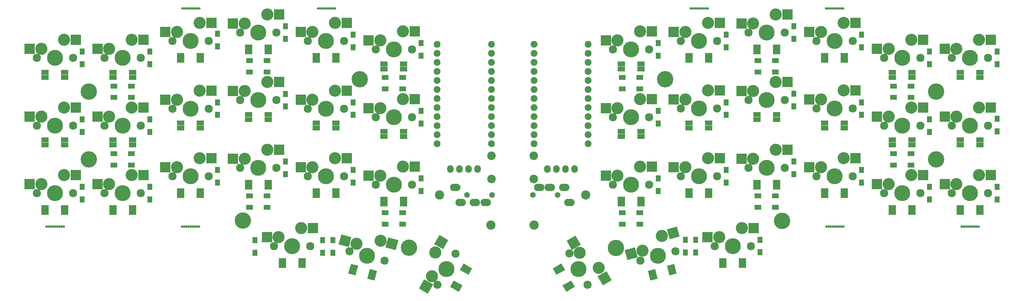
<source format=gbr>
G04 #@! TF.GenerationSoftware,KiCad,Pcbnew,5.1.5+dfsg1-2~bpo10+1*
G04 #@! TF.CreationDate,2020-09-05T17:28:50+00:00*
G04 #@! TF.ProjectId,corne-cherry,636f726e-652d-4636-9865-7272792e6b69,3.0*
G04 #@! TF.SameCoordinates,Original*
G04 #@! TF.FileFunction,Soldermask,Bot*
G04 #@! TF.FilePolarity,Negative*
%FSLAX46Y46*%
G04 Gerber Fmt 4.6, Leading zero omitted, Abs format (unit mm)*
G04 Created by KiCad (PCBNEW 5.1.5+dfsg1-2~bpo10+1) date 2020-09-05 17:28:50*
%MOMM*%
%LPD*%
G04 APERTURE LIST*
%ADD10C,0.100000*%
%ADD11R,2.100000X1.400000*%
%ADD12C,3.400000*%
%ADD13R,2.950000X2.900000*%
%ADD14C,2.300000*%
%ADD15C,4.500000*%
%ADD16R,1.900000X1.400000*%
%ADD17C,0.700000*%
%ADD18O,2.900000X2.100000*%
%ADD19C,1.600000*%
%ADD20C,1.924000*%
%ADD21C,2.600000*%
%ADD22C,4.600000*%
%ADD23R,1.400000X1.800000*%
%ADD24O,1.797000X2.178000*%
%ADD25C,2.400000*%
G04 APERTURE END LIST*
D10*
G36*
X108020184Y-96433140D02*
G01*
X108382530Y-95080844D01*
X110410974Y-95624364D01*
X110048628Y-96976660D01*
X108020184Y-96433140D01*
G37*
G36*
X107657838Y-97785436D02*
G01*
X108020184Y-96433140D01*
X110048628Y-96976660D01*
X109686282Y-98328956D01*
X107657838Y-97785436D01*
G37*
G36*
X102707592Y-95009636D02*
G01*
X103069938Y-93657340D01*
X105098382Y-94200860D01*
X104736036Y-95553156D01*
X102707592Y-95009636D01*
G37*
G36*
X102345246Y-96361932D02*
G01*
X102707592Y-95009636D01*
X104736036Y-95553156D01*
X104373690Y-96905452D01*
X102345246Y-96361932D01*
G37*
D11*
X22857500Y-39830000D03*
X22857500Y-41230000D03*
X17357500Y-39830000D03*
X17357500Y-41230000D03*
X41857500Y-39830000D03*
X41857500Y-41230000D03*
X36357500Y-39830000D03*
X36357500Y-41230000D03*
X60857500Y-35080000D03*
X60857500Y-36480000D03*
X55357500Y-35080000D03*
X55357500Y-36480000D03*
X79857500Y-32705000D03*
X79857500Y-34105000D03*
X74357500Y-32705000D03*
X74357500Y-34105000D03*
X98857500Y-35080000D03*
X98857500Y-36480000D03*
X93357500Y-35080000D03*
X93357500Y-36480000D03*
X117857500Y-37455000D03*
X117857500Y-38855000D03*
X112357500Y-37455000D03*
X112357500Y-38855000D03*
X22857500Y-58830000D03*
X22857500Y-60230000D03*
X17357500Y-58830000D03*
X17357500Y-60230000D03*
X41857500Y-58830000D03*
X41857500Y-60230000D03*
X36357500Y-58830000D03*
X36357500Y-60230000D03*
X60857500Y-54080000D03*
X60857500Y-55480000D03*
X55357500Y-54080000D03*
X55357500Y-55480000D03*
X79857500Y-51705000D03*
X79857500Y-53105000D03*
X74357500Y-51705000D03*
X74357500Y-53105000D03*
X98857500Y-54080000D03*
X98857500Y-55480000D03*
X93357500Y-54080000D03*
X93357500Y-55480000D03*
X117857500Y-56455000D03*
X117857500Y-57855000D03*
X112357500Y-56455000D03*
X112357500Y-57855000D03*
X22857500Y-77830000D03*
X22857500Y-79230000D03*
X17357500Y-77830000D03*
X17357500Y-79230000D03*
X41857500Y-77830000D03*
X41857500Y-79230000D03*
X36357500Y-77830000D03*
X36357500Y-79230000D03*
X60857500Y-73080000D03*
X60857500Y-74480000D03*
X55357500Y-73080000D03*
X55357500Y-74480000D03*
X79857500Y-70705000D03*
X79857500Y-72105000D03*
X74357500Y-70705000D03*
X74357500Y-72105000D03*
X117857500Y-75455000D03*
X117857500Y-76855000D03*
X112357500Y-75455000D03*
X112357500Y-76855000D03*
X89357500Y-92705000D03*
X89357500Y-94105000D03*
X83857500Y-92705000D03*
X83857500Y-94105000D03*
D10*
G36*
X134821121Y-96057757D02*
G01*
X133608685Y-95357757D01*
X134658685Y-93539103D01*
X135871121Y-94239103D01*
X134821121Y-96057757D01*
G37*
G36*
X136033557Y-96757757D02*
G01*
X134821121Y-96057757D01*
X135871121Y-94239103D01*
X137083557Y-94939103D01*
X136033557Y-96757757D01*
G37*
G36*
X132071121Y-100820897D02*
G01*
X130858685Y-100120897D01*
X131908685Y-98302243D01*
X133121121Y-99002243D01*
X132071121Y-100820897D01*
G37*
G36*
X133283557Y-101520897D02*
G01*
X132071121Y-100820897D01*
X133121121Y-99002243D01*
X134333557Y-99702243D01*
X133283557Y-101520897D01*
G37*
D11*
X222357500Y-51705000D03*
X222357500Y-53105000D03*
X216857500Y-51705000D03*
X216857500Y-53105000D03*
X203357500Y-54080000D03*
X203357500Y-55480000D03*
X197857500Y-54080000D03*
X197857500Y-55480000D03*
X184357500Y-56455000D03*
X184357500Y-57855000D03*
X178857500Y-56455000D03*
X178857500Y-57855000D03*
X279357500Y-77830000D03*
X279357500Y-79230000D03*
X273857500Y-77830000D03*
X273857500Y-79230000D03*
X260357500Y-77830000D03*
X260357500Y-79230000D03*
X254857500Y-77830000D03*
X254857500Y-79230000D03*
X241357500Y-73080000D03*
X241357500Y-74480000D03*
X235857500Y-73080000D03*
X235857500Y-74480000D03*
X222357500Y-70705000D03*
X222357500Y-72105000D03*
X216857500Y-70705000D03*
X216857500Y-72105000D03*
X203357500Y-73080000D03*
X203357500Y-74480000D03*
X197857500Y-73080000D03*
X197857500Y-74480000D03*
X184357500Y-75455000D03*
X184357500Y-76855000D03*
X178857500Y-75455000D03*
X178857500Y-76855000D03*
X212857500Y-92705000D03*
X212857500Y-94105000D03*
X207357500Y-92705000D03*
X207357500Y-94105000D03*
D10*
G36*
X191985964Y-95548156D02*
G01*
X191623618Y-94195860D01*
X193652062Y-93652340D01*
X194014408Y-95004636D01*
X191985964Y-95548156D01*
G37*
G36*
X192348310Y-96900452D02*
G01*
X191985964Y-95548156D01*
X194014408Y-95004636D01*
X194376754Y-96356932D01*
X192348310Y-96900452D01*
G37*
G36*
X186673372Y-96971660D02*
G01*
X186311026Y-95619364D01*
X188339470Y-95075844D01*
X188701816Y-96428140D01*
X186673372Y-96971660D01*
G37*
G36*
X187035718Y-98323956D02*
G01*
X186673372Y-96971660D01*
X188701816Y-96428140D01*
X189064162Y-97780436D01*
X187035718Y-98323956D01*
G37*
G36*
X163600879Y-98997243D02*
G01*
X164813315Y-98297243D01*
X165863315Y-100115897D01*
X164650879Y-100815897D01*
X163600879Y-98997243D01*
G37*
G36*
X162388443Y-99697243D02*
G01*
X163600879Y-98997243D01*
X164650879Y-100815897D01*
X163438443Y-101515897D01*
X162388443Y-99697243D01*
G37*
G36*
X160850879Y-94234103D02*
G01*
X162063315Y-93534103D01*
X163113315Y-95352757D01*
X161900879Y-96052757D01*
X160850879Y-94234103D01*
G37*
G36*
X159638443Y-94934103D02*
G01*
X160850879Y-94234103D01*
X161900879Y-96052757D01*
X160688443Y-96752757D01*
X159638443Y-94934103D01*
G37*
D11*
X98857500Y-73080000D03*
X98857500Y-74480000D03*
X93357500Y-73080000D03*
X93357500Y-74480000D03*
X279357500Y-39830000D03*
X279357500Y-41230000D03*
X273857500Y-39830000D03*
X273857500Y-41230000D03*
X260357500Y-39830000D03*
X260357500Y-41230000D03*
X254857500Y-39830000D03*
X254857500Y-41230000D03*
X241357500Y-35080000D03*
X241357500Y-36480000D03*
X235857500Y-35080000D03*
X235857500Y-36480000D03*
X222357500Y-32705000D03*
X222357500Y-34105000D03*
X216857500Y-32705000D03*
X216857500Y-34105000D03*
X203357500Y-35080000D03*
X203357500Y-36480000D03*
X197857500Y-35080000D03*
X197857500Y-36480000D03*
X184357500Y-37455000D03*
X184357500Y-38855000D03*
X178857500Y-37455000D03*
X178857500Y-38855000D03*
X279357500Y-58830000D03*
X279357500Y-60230000D03*
X273857500Y-58830000D03*
X273857500Y-60230000D03*
X260357500Y-58830000D03*
X260357500Y-60230000D03*
X254857500Y-58830000D03*
X254857500Y-60230000D03*
X241357500Y-54080000D03*
X241357500Y-55480000D03*
X235857500Y-54080000D03*
X235857500Y-55480000D03*
D12*
X117647500Y-28325000D03*
X111297500Y-30865000D03*
D13*
X120949500Y-28325000D03*
D14*
X110027500Y-33405000D03*
X120187500Y-33405000D03*
D15*
X115107500Y-33405000D03*
D13*
X108022500Y-30865000D03*
D12*
X184154500Y-47320000D03*
X177804500Y-49860000D03*
D13*
X187456500Y-47320000D03*
D14*
X176534500Y-52400000D03*
X186694500Y-52400000D03*
D15*
X181614500Y-52400000D03*
D13*
X174529500Y-49860000D03*
D12*
X184154500Y-66320000D03*
X177804500Y-68860000D03*
D13*
X187456500Y-66320000D03*
D14*
X176534500Y-71400000D03*
X186694500Y-71400000D03*
D15*
X181614500Y-71400000D03*
D13*
X174529500Y-68860000D03*
D12*
X22647500Y-68700000D03*
X16297500Y-71240000D03*
D13*
X25949500Y-68700000D03*
D14*
X15027500Y-73780000D03*
X25187500Y-73780000D03*
D15*
X20107500Y-73780000D03*
D13*
X13022500Y-71240000D03*
D12*
X260154500Y-68695000D03*
X253804500Y-71235000D03*
D13*
X263456500Y-68695000D03*
D14*
X252534500Y-73775000D03*
X262694500Y-73775000D03*
D15*
X257614500Y-73775000D03*
D13*
X250529500Y-71235000D03*
D12*
X222154500Y-61570000D03*
X215804500Y-64110000D03*
D13*
X225456500Y-61570000D03*
D14*
X214534500Y-66650000D03*
X224694500Y-66650000D03*
D15*
X219614500Y-66650000D03*
D13*
X212529500Y-64110000D03*
D12*
X41647500Y-68700000D03*
X35297500Y-71240000D03*
D13*
X44949500Y-68700000D03*
D14*
X34027500Y-73780000D03*
X44187500Y-73780000D03*
D15*
X39107500Y-73780000D03*
D13*
X32022500Y-71240000D03*
D12*
X22647500Y-49700000D03*
X16297500Y-52240000D03*
D13*
X25949500Y-49700000D03*
D14*
X15027500Y-54780000D03*
X25187500Y-54780000D03*
D15*
X20107500Y-54780000D03*
D13*
X13022500Y-52240000D03*
D12*
X41647500Y-49700000D03*
X35297500Y-52240000D03*
D13*
X44949500Y-49700000D03*
D14*
X34027500Y-54780000D03*
X44187500Y-54780000D03*
D15*
X39107500Y-54780000D03*
D13*
X32022500Y-52240000D03*
D12*
X22647500Y-30700000D03*
X16297500Y-33240000D03*
D13*
X25949500Y-30700000D03*
D14*
X15027500Y-35780000D03*
X25187500Y-35780000D03*
D15*
X20107500Y-35780000D03*
D13*
X13022500Y-33240000D03*
D12*
X41647500Y-30700000D03*
X35297500Y-33240000D03*
D13*
X44949500Y-30700000D03*
D14*
X34027500Y-35780000D03*
X44187500Y-35780000D03*
D15*
X39107500Y-35780000D03*
D13*
X32022500Y-33240000D03*
D12*
X60647500Y-25950000D03*
X54297500Y-28490000D03*
D13*
X63949500Y-25950000D03*
D14*
X53027500Y-31030000D03*
X63187500Y-31030000D03*
D15*
X58107500Y-31030000D03*
D13*
X51022500Y-28490000D03*
D12*
X79647500Y-23575000D03*
X73297500Y-26115000D03*
D13*
X82949500Y-23575000D03*
D14*
X72027500Y-28655000D03*
X82187500Y-28655000D03*
D15*
X77107500Y-28655000D03*
D13*
X70022500Y-26115000D03*
D12*
X98647500Y-25950000D03*
X92297500Y-28490000D03*
D13*
X101949500Y-25950000D03*
D14*
X91027500Y-31030000D03*
X101187500Y-31030000D03*
D15*
X96107500Y-31030000D03*
D13*
X89022500Y-28490000D03*
D12*
X60647500Y-44950000D03*
X54297500Y-47490000D03*
D13*
X63949500Y-44950000D03*
D14*
X53027500Y-50030000D03*
X63187500Y-50030000D03*
D15*
X58107500Y-50030000D03*
D13*
X51022500Y-47490000D03*
D12*
X79647500Y-42575000D03*
X73297500Y-45115000D03*
D13*
X82949500Y-42575000D03*
D14*
X72027500Y-47655000D03*
X82187500Y-47655000D03*
D15*
X77107500Y-47655000D03*
D13*
X70022500Y-45115000D03*
D12*
X98647500Y-44950000D03*
X92297500Y-47490000D03*
D13*
X101949500Y-44950000D03*
D14*
X91027500Y-50030000D03*
X101187500Y-50030000D03*
D15*
X96107500Y-50030000D03*
D13*
X89022500Y-47490000D03*
D12*
X117647500Y-47325000D03*
X111297500Y-49865000D03*
D13*
X120949500Y-47325000D03*
D14*
X110027500Y-52405000D03*
X120187500Y-52405000D03*
D15*
X115107500Y-52405000D03*
D13*
X108022500Y-49865000D03*
D12*
X60647500Y-63950000D03*
X54297500Y-66490000D03*
D13*
X63949500Y-63950000D03*
D14*
X53027500Y-69030000D03*
X63187500Y-69030000D03*
D15*
X58107500Y-69030000D03*
D13*
X51022500Y-66490000D03*
D12*
X79647500Y-61575000D03*
X73297500Y-64115000D03*
D13*
X82949500Y-61575000D03*
D14*
X72027500Y-66655000D03*
X82187500Y-66655000D03*
D15*
X77107500Y-66655000D03*
D13*
X70022500Y-64115000D03*
D12*
X98647500Y-63950000D03*
X92297500Y-66490000D03*
D13*
X101949500Y-63950000D03*
D14*
X91027500Y-69030000D03*
X101187500Y-69030000D03*
D15*
X96107500Y-69030000D03*
D13*
X89022500Y-66490000D03*
D12*
X117647500Y-66325000D03*
X111297500Y-68865000D03*
D13*
X120949500Y-66325000D03*
D14*
X110027500Y-71405000D03*
X120187500Y-71405000D03*
D15*
X115107500Y-71405000D03*
D13*
X108022500Y-68865000D03*
D12*
X89147500Y-83575000D03*
X82797500Y-86115000D03*
D13*
X92449500Y-83575000D03*
D14*
X81527500Y-88655000D03*
X91687500Y-88655000D03*
D15*
X86607500Y-88655000D03*
D13*
X79522500Y-86115000D03*
D12*
X111375752Y-87155497D03*
X104584723Y-87965448D03*
D10*
G36*
X116365267Y-86991284D02*
G01*
X115614692Y-89792469D01*
X112765211Y-89028952D01*
X113515786Y-86227767D01*
X116365267Y-86991284D01*
G37*
D14*
X102700597Y-90090199D03*
X112514403Y-92719801D03*
D15*
X107607500Y-91405000D03*
D10*
G36*
X103221344Y-86098981D02*
G01*
X102470769Y-88900166D01*
X99621288Y-88136649D01*
X100371863Y-85335464D01*
X103221344Y-86098981D01*
G37*
D12*
X279154500Y-30695000D03*
X272804500Y-33235000D03*
D13*
X282456500Y-30695000D03*
D14*
X271534500Y-35775000D03*
X281694500Y-35775000D03*
D15*
X276614500Y-35775000D03*
D13*
X269529500Y-33235000D03*
D12*
X260154500Y-30695000D03*
X253804500Y-33235000D03*
D13*
X263456500Y-30695000D03*
D14*
X252534500Y-35775000D03*
X262694500Y-35775000D03*
D15*
X257614500Y-35775000D03*
D13*
X250529500Y-33235000D03*
D12*
X241154500Y-25945000D03*
X234804500Y-28485000D03*
D13*
X244456500Y-25945000D03*
D14*
X233534500Y-31025000D03*
X243694500Y-31025000D03*
D15*
X238614500Y-31025000D03*
D13*
X231529500Y-28485000D03*
D12*
X222154500Y-23570000D03*
X215804500Y-26110000D03*
D13*
X225456500Y-23570000D03*
D14*
X214534500Y-28650000D03*
X224694500Y-28650000D03*
D15*
X219614500Y-28650000D03*
D13*
X212529500Y-26110000D03*
D12*
X203154500Y-25945000D03*
X196804500Y-28485000D03*
D13*
X206456500Y-25945000D03*
D14*
X195534500Y-31025000D03*
X205694500Y-31025000D03*
D15*
X200614500Y-31025000D03*
D13*
X193529500Y-28485000D03*
D12*
X184147500Y-28325000D03*
X177797500Y-30865000D03*
D13*
X187449500Y-28325000D03*
D14*
X176527500Y-33405000D03*
X186687500Y-33405000D03*
D15*
X181607500Y-33405000D03*
D13*
X174522500Y-30865000D03*
D12*
X279154500Y-49695000D03*
X272804500Y-52235000D03*
D13*
X282456500Y-49695000D03*
D14*
X271534500Y-54775000D03*
X281694500Y-54775000D03*
D15*
X276614500Y-54775000D03*
D13*
X269529500Y-52235000D03*
D12*
X260154500Y-49695000D03*
X253804500Y-52235000D03*
D13*
X263456500Y-49695000D03*
D14*
X252534500Y-54775000D03*
X262694500Y-54775000D03*
D15*
X257614500Y-54775000D03*
D13*
X250529500Y-52235000D03*
D12*
X241154500Y-44945000D03*
X234804500Y-47485000D03*
D13*
X244456500Y-44945000D03*
D14*
X233534500Y-50025000D03*
X243694500Y-50025000D03*
D15*
X238614500Y-50025000D03*
D13*
X231529500Y-47485000D03*
D12*
X222154500Y-42570000D03*
X215804500Y-45110000D03*
D13*
X225456500Y-42570000D03*
D14*
X214534500Y-47650000D03*
X224694500Y-47650000D03*
D15*
X219614500Y-47650000D03*
D13*
X212529500Y-45110000D03*
D12*
X203154500Y-44945000D03*
X196804500Y-47485000D03*
D13*
X206456500Y-44945000D03*
D14*
X195534500Y-50025000D03*
X205694500Y-50025000D03*
D15*
X200614500Y-50025000D03*
D13*
X193529500Y-47485000D03*
D12*
X279154500Y-68695000D03*
X272804500Y-71235000D03*
D13*
X282456500Y-68695000D03*
D14*
X271534500Y-73775000D03*
X281694500Y-73775000D03*
D15*
X276614500Y-73775000D03*
D13*
X269529500Y-71235000D03*
D12*
X241154500Y-63945000D03*
X234804500Y-66485000D03*
D13*
X244456500Y-63945000D03*
D14*
X233534500Y-69025000D03*
X243694500Y-69025000D03*
D15*
X238614500Y-69025000D03*
D13*
X231529500Y-66485000D03*
D12*
X203154500Y-63945000D03*
X196804500Y-66485000D03*
D13*
X206456500Y-63945000D03*
D14*
X195534500Y-69025000D03*
X205694500Y-69025000D03*
D15*
X200614500Y-69025000D03*
D13*
X193529500Y-66485000D03*
D12*
X212654500Y-83570000D03*
X206304500Y-86110000D03*
D13*
X215956500Y-83570000D03*
D14*
X205034500Y-88650000D03*
X215194500Y-88650000D03*
D15*
X210114500Y-88650000D03*
D13*
X203029500Y-86110000D03*
D12*
X190253151Y-85835696D03*
X184776922Y-89932649D03*
D10*
G36*
X194492091Y-83198725D02*
G01*
X195242666Y-85999910D01*
X192393185Y-86763427D01*
X191642610Y-83962242D01*
X194492091Y-83198725D01*
G37*
D14*
X184207597Y-92714801D03*
X194021403Y-90085199D03*
D15*
X189114500Y-91400000D03*
D10*
G36*
X182662968Y-88997930D02*
G01*
X183413543Y-91799115D01*
X180564062Y-92562632D01*
X179813487Y-89761447D01*
X182662968Y-88997930D01*
G37*
D16*
X41557500Y-43680000D03*
X41557500Y-46880000D03*
X36657500Y-43680000D03*
X36657500Y-46880000D03*
X79557500Y-36555000D03*
X79557500Y-39755000D03*
X74657500Y-36555000D03*
X74657500Y-39755000D03*
X117557500Y-41305000D03*
X117557500Y-44505000D03*
X112657500Y-41305000D03*
X112657500Y-44505000D03*
X41557500Y-62680000D03*
X41557500Y-65880000D03*
X36657500Y-62680000D03*
X36657500Y-65880000D03*
X79557500Y-74555000D03*
X79557500Y-77755000D03*
X74657500Y-74555000D03*
X74657500Y-77755000D03*
X117557500Y-79305000D03*
X117557500Y-82505000D03*
X112657500Y-79305000D03*
X112657500Y-82505000D03*
X260057500Y-43680000D03*
X260057500Y-46880000D03*
X255157500Y-43680000D03*
X255157500Y-46880000D03*
X222057500Y-36555000D03*
X222057500Y-39755000D03*
X217157500Y-36555000D03*
X217157500Y-39755000D03*
X184057500Y-41305000D03*
X184057500Y-44505000D03*
X179157500Y-41305000D03*
X179157500Y-44505000D03*
X260057500Y-62680000D03*
X260057500Y-65880000D03*
X255157500Y-62680000D03*
X255157500Y-65880000D03*
X222057500Y-74555000D03*
X222057500Y-77755000D03*
X217157500Y-74555000D03*
X217157500Y-77755000D03*
X184057500Y-79305000D03*
X184057500Y-82505000D03*
X179157500Y-79305000D03*
X179157500Y-82505000D03*
D17*
X238649500Y-21870000D03*
X238055750Y-21870000D03*
X237462000Y-21870000D03*
X236868250Y-21870000D03*
X236274500Y-21870000D03*
X240430750Y-21870000D03*
X239243250Y-21870000D03*
X241024500Y-21870000D03*
X239837000Y-21870000D03*
X200737500Y-21885000D03*
X200143750Y-21885000D03*
X199550000Y-21885000D03*
X198956250Y-21885000D03*
X198362500Y-21885000D03*
X202518750Y-21885000D03*
X201331250Y-21885000D03*
X203112500Y-21885000D03*
X201925000Y-21885000D03*
X238741500Y-83193000D03*
X238147750Y-83193000D03*
X237554000Y-83193000D03*
X236960250Y-83193000D03*
X236366500Y-83193000D03*
X240522750Y-83193000D03*
X239335250Y-83193000D03*
X241116500Y-83193000D03*
X239929000Y-83193000D03*
X276655500Y-83183000D03*
X276061750Y-83183000D03*
X275468000Y-83183000D03*
X274874250Y-83183000D03*
X274280500Y-83183000D03*
X278436750Y-83183000D03*
X277249250Y-83183000D03*
X279030500Y-83183000D03*
X277843000Y-83183000D03*
X56936000Y-83178000D03*
X55748500Y-83178000D03*
X57529750Y-83178000D03*
X56342250Y-83178000D03*
X60498500Y-83178000D03*
X59904750Y-83178000D03*
X59311000Y-83178000D03*
X58717250Y-83178000D03*
X58123500Y-83178000D03*
X18975000Y-83176000D03*
X17787500Y-83176000D03*
X19568750Y-83176000D03*
X18381250Y-83176000D03*
X22537500Y-83176000D03*
X21943750Y-83176000D03*
X21350000Y-83176000D03*
X20756250Y-83176000D03*
X20162500Y-83176000D03*
X95020000Y-21873000D03*
X93832500Y-21873000D03*
X95613750Y-21873000D03*
X94426250Y-21873000D03*
X98582500Y-21873000D03*
X97988750Y-21873000D03*
X97395000Y-21873000D03*
X96801250Y-21873000D03*
X96207500Y-21873000D03*
X57049250Y-21869000D03*
X55861750Y-21869000D03*
X57643000Y-21869000D03*
X56455500Y-21869000D03*
X60611750Y-21869000D03*
X60018000Y-21869000D03*
X59424250Y-21869000D03*
X58830500Y-21869000D03*
X58236750Y-21869000D03*
D18*
X164337500Y-76370000D03*
X162837500Y-72170000D03*
X158837500Y-72170000D03*
X155837500Y-72170000D03*
D19*
X161037500Y-74270000D03*
X154037500Y-74270000D03*
D18*
X132334500Y-72192000D03*
X133834500Y-76392000D03*
X137834500Y-76392000D03*
X140834500Y-76392000D03*
D19*
X135634500Y-74292000D03*
X142634500Y-74292000D03*
D20*
X127203900Y-31942000D03*
X127203900Y-34482000D03*
X127203900Y-37022000D03*
X127203900Y-39562000D03*
X127203900Y-42102000D03*
X127203900Y-44642000D03*
X127203900Y-47182000D03*
X127203900Y-49722000D03*
X127203900Y-52262000D03*
X127203900Y-54802000D03*
X127203900Y-57342000D03*
X127203900Y-59882000D03*
X142423900Y-59882000D03*
X142423900Y-57342000D03*
X142423900Y-54802000D03*
X142423900Y-52262000D03*
X142423900Y-49722000D03*
X142423900Y-47182000D03*
X142423900Y-44642000D03*
X142423900Y-42102000D03*
X142423900Y-39562000D03*
X142423900Y-37022000D03*
X142423900Y-34482000D03*
X142423900Y-31942000D03*
X154378900Y-31912000D03*
X154378900Y-34452000D03*
X154378900Y-36992000D03*
X154378900Y-39532000D03*
X154378900Y-42072000D03*
X154378900Y-44612000D03*
X154378900Y-47152000D03*
X154378900Y-49692000D03*
X154378900Y-52232000D03*
X154378900Y-54772000D03*
X154378900Y-57312000D03*
X154378900Y-59852000D03*
X169598900Y-59852000D03*
X169598900Y-57312000D03*
X169598900Y-54772000D03*
X169598900Y-52232000D03*
X169598900Y-49692000D03*
X169598900Y-47152000D03*
X169598900Y-44612000D03*
X169598900Y-42072000D03*
X169598900Y-39532000D03*
X169598900Y-36992000D03*
X169598900Y-34452000D03*
X169598900Y-31912000D03*
D21*
X168850500Y-74264000D03*
D22*
X267099500Y-64265500D03*
X191144500Y-41775500D03*
X267099500Y-45265500D03*
X223955500Y-81530500D03*
D21*
X154418500Y-82785000D03*
D22*
X177389500Y-89145000D03*
D21*
X142301500Y-82775000D03*
X127869500Y-74254000D03*
D22*
X119330500Y-89135000D03*
X72764500Y-81520500D03*
X105575500Y-41765500D03*
X29607500Y-64280000D03*
X29607500Y-45280000D03*
D23*
X103707500Y-48255000D03*
X103707500Y-51805000D03*
X65707500Y-48255000D03*
X65707500Y-51805000D03*
X227214500Y-26875000D03*
X227214500Y-30425000D03*
X27734500Y-34001875D03*
X27734500Y-37551875D03*
X46734500Y-34005000D03*
X46734500Y-37555000D03*
X65707500Y-29005000D03*
X65707500Y-32555000D03*
X84707500Y-26880000D03*
X84707500Y-30430000D03*
X103707500Y-29255000D03*
X103707500Y-32805000D03*
X122707500Y-31630000D03*
X122707500Y-35180000D03*
X27734500Y-53001875D03*
X27734500Y-56551875D03*
X46734500Y-53005000D03*
X46734500Y-56555000D03*
X84707500Y-45880000D03*
X84707500Y-49430000D03*
X122707500Y-50630000D03*
X122707500Y-54180000D03*
X27734500Y-72001875D03*
X27734500Y-75551875D03*
X46734500Y-72005000D03*
X46734500Y-75555000D03*
X65707500Y-67255000D03*
X65707500Y-70805000D03*
X84707500Y-64880000D03*
X84707500Y-68430000D03*
X103707500Y-67255000D03*
X103707500Y-70805000D03*
X122707500Y-69630000D03*
X122707500Y-73180000D03*
X76157500Y-86995000D03*
X76157500Y-90545000D03*
X95164500Y-86990000D03*
X95164500Y-90540000D03*
X98007500Y-86990000D03*
X98007500Y-90540000D03*
X284214500Y-34000000D03*
X284214500Y-37550000D03*
X265214500Y-34000000D03*
X265214500Y-37550000D03*
X246214500Y-29250000D03*
X246214500Y-32800000D03*
X208214500Y-29250000D03*
X208214500Y-32800000D03*
X189207500Y-31630000D03*
X189207500Y-35180000D03*
X284214500Y-52850000D03*
X284214500Y-56400000D03*
X265214500Y-53000000D03*
X265214500Y-56550000D03*
X246214500Y-48250000D03*
X246214500Y-51800000D03*
X227214500Y-45875000D03*
X227214500Y-49425000D03*
X208214500Y-48250000D03*
X208214500Y-51800000D03*
X189207500Y-50630000D03*
X189207500Y-54180000D03*
X284214500Y-72000000D03*
X284214500Y-75550000D03*
X265214500Y-72000000D03*
X265214500Y-75550000D03*
X246214500Y-67250000D03*
X246214500Y-70800000D03*
X227214500Y-64875000D03*
X227214500Y-68425000D03*
X208214500Y-67250000D03*
X208214500Y-70800000D03*
X189207500Y-69630000D03*
X189207500Y-73180000D03*
X217714500Y-86860000D03*
X217714500Y-90410000D03*
X199664500Y-86875000D03*
X199664500Y-90425000D03*
X196814500Y-86875000D03*
X196814500Y-90425000D03*
D24*
X158164500Y-67045000D03*
X160704500Y-67045000D03*
X163244500Y-67045000D03*
X165784500Y-67045000D03*
X138568500Y-67028000D03*
X136028500Y-67028000D03*
X133488500Y-67028000D03*
X130948500Y-67028000D03*
D25*
X154304500Y-63272000D03*
X154304500Y-69772000D03*
X142424500Y-63281000D03*
X142424500Y-69781000D03*
D12*
X126728091Y-90415295D03*
X125752795Y-97184557D03*
D10*
G36*
X127860854Y-85553293D02*
G01*
X130372328Y-87003293D01*
X128897328Y-89558067D01*
X126385854Y-88108067D01*
X127860854Y-85553293D01*
G37*
D14*
X127317500Y-99554409D03*
X132397500Y-90755591D03*
D15*
X129857500Y-95155000D03*
D10*
G36*
X123597058Y-98018403D02*
G01*
X126108532Y-99468403D01*
X124633532Y-102023177D01*
X122122058Y-100573177D01*
X123597058Y-98018403D01*
G37*
D12*
X172533909Y-94809705D03*
X167159205Y-90580443D03*
D10*
G36*
X176178146Y-98221707D02*
G01*
X173666672Y-99671707D01*
X172191672Y-97116933D01*
X174703146Y-95666933D01*
X176178146Y-98221707D01*
G37*
D14*
X164324500Y-90750591D03*
X169404500Y-99549409D03*
D15*
X166864500Y-95150000D03*
D10*
G36*
X167514942Y-88296597D02*
G01*
X165003468Y-89746597D01*
X163528468Y-87191823D01*
X166039942Y-85741823D01*
X167514942Y-88296597D01*
G37*
M02*

</source>
